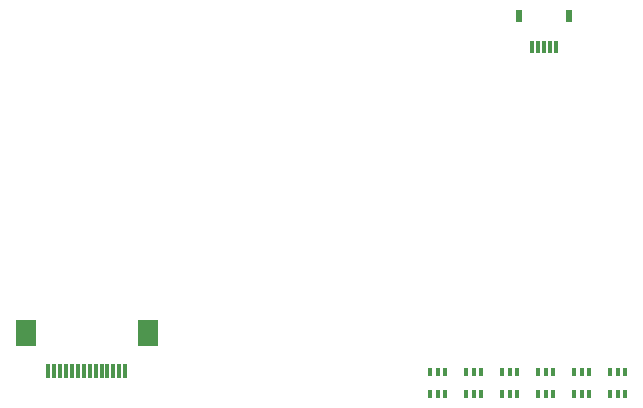
<source format=gbr>
G04 #@! TF.GenerationSoftware,KiCad,Pcbnew,7.0.2*
G04 #@! TF.CreationDate,2023-05-05T22:29:22-07:00*
G04 #@! TF.ProjectId,procon_gcc_button_board,70726f63-6f6e-45f6-9763-635f62757474,rev?*
G04 #@! TF.SameCoordinates,Original*
G04 #@! TF.FileFunction,Soldermask,Bot*
G04 #@! TF.FilePolarity,Negative*
%FSLAX46Y46*%
G04 Gerber Fmt 4.6, Leading zero omitted, Abs format (unit mm)*
G04 Created by KiCad (PCBNEW 7.0.2) date 2023-05-05 22:29:22*
%MOMM*%
%LPD*%
G01*
G04 APERTURE LIST*
%ADD10R,0.400000X0.650000*%
%ADD11R,0.600000X1.000000*%
%ADD12R,0.300000X1.000000*%
%ADD13R,0.300000X1.300000*%
%ADD14R,1.800000X2.200000*%
G04 APERTURE END LIST*
D10*
X129682000Y-80198000D03*
X129032000Y-80198000D03*
X128382000Y-80198000D03*
X128382000Y-78298000D03*
X129032000Y-78298000D03*
X129682000Y-78298000D03*
X120538000Y-80198000D03*
X119888000Y-80198000D03*
X119238000Y-80198000D03*
X119238000Y-78298000D03*
X119888000Y-78298000D03*
X120538000Y-78298000D03*
X123586000Y-80198000D03*
X122936000Y-80198000D03*
X122286000Y-80198000D03*
X122286000Y-78298000D03*
X122936000Y-78298000D03*
X123586000Y-78298000D03*
D11*
X123728900Y-48138005D03*
X127908900Y-48138005D03*
D12*
X124818900Y-50788005D03*
X125318900Y-50788005D03*
X125818900Y-50788005D03*
X126318900Y-50788005D03*
X126818900Y-50788005D03*
D10*
X117490000Y-80198000D03*
X116840000Y-80198000D03*
X116190000Y-80198000D03*
X116190000Y-78298000D03*
X116840000Y-78298000D03*
X117490000Y-78298000D03*
X126634000Y-80198000D03*
X125984000Y-80198000D03*
X125334000Y-80198000D03*
X125334000Y-78298000D03*
X125984000Y-78298000D03*
X126634000Y-78298000D03*
X132730000Y-80198000D03*
X132080000Y-80198000D03*
X131430000Y-80198000D03*
X131430000Y-78298000D03*
X132080000Y-78298000D03*
X132730000Y-78298000D03*
D13*
X83872000Y-78240032D03*
X84372000Y-78240032D03*
X84872000Y-78240032D03*
X85372000Y-78240032D03*
X85872000Y-78240032D03*
X86372000Y-78240032D03*
X86872000Y-78240032D03*
X87372000Y-78240032D03*
X87872000Y-78240032D03*
X88372000Y-78240032D03*
X88872000Y-78240032D03*
X89372000Y-78240032D03*
X89872000Y-78240032D03*
X90372000Y-78240032D03*
D14*
X81972000Y-74990032D03*
X92272000Y-74990032D03*
M02*

</source>
